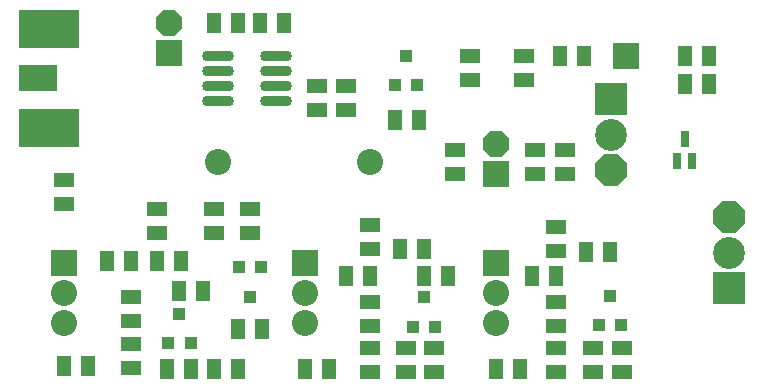
<source format=gts>
%FSLAX25Y25*%
%MOIN*%
G70*
G01*
G75*
G04 Layer_Color=8388736*
%ADD10R,0.11811X0.07874*%
%ADD11R,0.19685X0.11811*%
%ADD12R,0.05906X0.04331*%
%ADD13R,0.04331X0.05906*%
%ADD14R,0.01969X0.04724*%
%ADD15R,0.03150X0.03543*%
%ADD16O,0.09843X0.02756*%
%ADD17C,0.03150*%
%ADD18C,0.01969*%
%ADD19C,0.05906*%
%ADD20C,0.01575*%
%ADD21C,0.01181*%
%ADD22C,0.03937*%
%ADD23C,0.04724*%
%ADD24C,0.05118*%
%ADD25C,0.00945*%
%ADD26R,0.07874X0.07874*%
%ADD27R,0.07874X0.07874*%
%ADD28P,0.08523X8X112.5*%
%ADD29C,0.07874*%
%ADD30P,0.10653X8X292.5*%
%ADD31C,0.09843*%
%ADD32R,0.09843X0.09843*%
%ADD33C,0.00984*%
%ADD34C,0.00787*%
%ADD35C,0.01000*%
%ADD36R,0.12611X0.08674*%
%ADD37R,0.20485X0.12611*%
%ADD38R,0.06706X0.05131*%
%ADD39R,0.05131X0.06706*%
%ADD40R,0.02769X0.05524*%
%ADD41R,0.03950X0.04343*%
%ADD42O,0.10642X0.03556*%
%ADD43R,0.08674X0.08674*%
%ADD44R,0.08674X0.08674*%
%ADD45P,0.09389X8X112.5*%
%ADD46C,0.08674*%
%ADD47P,0.11519X8X292.5*%
%ADD48C,0.10642*%
%ADD49R,0.10642X0.10642*%
D36*
X9500Y112000D02*
D03*
D37*
X13043Y95465D02*
D03*
Y128535D02*
D03*
D38*
X185000Y80063D02*
D03*
Y87937D02*
D03*
X148500Y80063D02*
D03*
Y87937D02*
D03*
X175000Y80063D02*
D03*
Y87937D02*
D03*
X80000Y60563D02*
D03*
Y68437D02*
D03*
X68000Y60563D02*
D03*
Y68437D02*
D03*
X182000Y62437D02*
D03*
Y54563D02*
D03*
X120000Y62937D02*
D03*
Y55063D02*
D03*
X49000Y68437D02*
D03*
Y60563D02*
D03*
X182000Y37437D02*
D03*
Y29563D02*
D03*
X120000Y37437D02*
D03*
Y29563D02*
D03*
X40500Y38937D02*
D03*
Y31063D02*
D03*
X18000Y77937D02*
D03*
Y70063D02*
D03*
X182000Y21937D02*
D03*
Y14063D02*
D03*
X120000Y21937D02*
D03*
Y14063D02*
D03*
X40500Y23437D02*
D03*
Y15563D02*
D03*
X204000Y14063D02*
D03*
Y21937D02*
D03*
X194500D02*
D03*
Y14063D02*
D03*
X141500D02*
D03*
Y21937D02*
D03*
X132000D02*
D03*
Y14063D02*
D03*
X171500Y111563D02*
D03*
Y119437D02*
D03*
X102500Y109437D02*
D03*
Y101563D02*
D03*
X112000D02*
D03*
X112000Y109437D02*
D03*
X153500Y111563D02*
D03*
Y119437D02*
D03*
D39*
X76063Y28500D02*
D03*
X83937D02*
D03*
X181937Y46000D02*
D03*
X174063D02*
D03*
X119937D02*
D03*
X112063D02*
D03*
X40437Y51000D02*
D03*
X32563D02*
D03*
X192063Y54000D02*
D03*
X199937D02*
D03*
X130063Y55000D02*
D03*
X137937D02*
D03*
X49063Y51000D02*
D03*
X56937D02*
D03*
X232937Y110000D02*
D03*
X225063D02*
D03*
Y119500D02*
D03*
X232937D02*
D03*
X145937Y46000D02*
D03*
X138063D02*
D03*
X64437Y41000D02*
D03*
X56563D02*
D03*
X169937Y15000D02*
D03*
X162063D02*
D03*
X98563D02*
D03*
X106437D02*
D03*
X26000Y16000D02*
D03*
X18126D02*
D03*
X52563Y15000D02*
D03*
X60437D02*
D03*
X68063D02*
D03*
X75937D02*
D03*
X183563Y119500D02*
D03*
X191437D02*
D03*
X75937Y130500D02*
D03*
X68063D02*
D03*
X91437D02*
D03*
X83563D02*
D03*
X136437Y98000D02*
D03*
X128563D02*
D03*
D40*
X222441Y84260D02*
D03*
X227559D02*
D03*
X225000Y91740D02*
D03*
D41*
X83740Y48921D02*
D03*
X76260D02*
D03*
X80000Y39079D02*
D03*
X196260Y29579D02*
D03*
X203740Y29579D02*
D03*
X200000Y39421D02*
D03*
X134260Y29079D02*
D03*
X141740D02*
D03*
X138000Y38921D02*
D03*
X52760Y23579D02*
D03*
X60240D02*
D03*
X56500Y33421D02*
D03*
X128260Y109579D02*
D03*
X135740D02*
D03*
X132000Y119421D02*
D03*
D42*
X69354Y119500D02*
D03*
Y114500D02*
D03*
Y109500D02*
D03*
Y104500D02*
D03*
X88646Y119500D02*
D03*
X88646Y114500D02*
D03*
X88646Y109500D02*
D03*
X88646Y104500D02*
D03*
D43*
X205500Y119500D02*
D03*
D44*
X162000Y80000D02*
D03*
X53000Y120500D02*
D03*
X162000Y50315D02*
D03*
X98500D02*
D03*
X18000D02*
D03*
D45*
X162000Y90000D02*
D03*
X53000Y130500D02*
D03*
D46*
X162000Y30315D02*
D03*
Y40315D02*
D03*
X98500Y30315D02*
D03*
Y40315D02*
D03*
X18000Y30315D02*
D03*
Y40315D02*
D03*
X69354Y84000D02*
D03*
X120000D02*
D03*
D47*
X239685Y65626D02*
D03*
X200315Y81374D02*
D03*
D48*
X239685Y53815D02*
D03*
X200315Y93185D02*
D03*
D49*
Y104996D02*
D03*
X239685Y42004D02*
D03*
M02*

</source>
